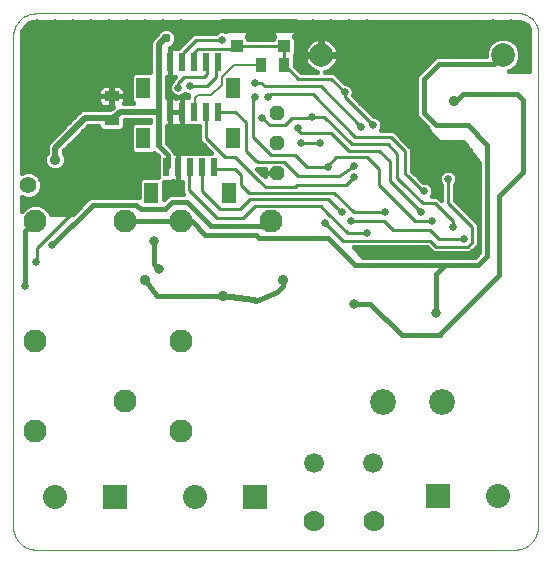
<source format=gtl>
G75*
%MOIN*%
%OFA0B0*%
%FSLAX24Y24*%
%IPPOS*%
%LPD*%
%AMOC8*
5,1,8,0,0,1.08239X$1,22.5*
%
%ADD10C,0.0000*%
%ADD11C,0.0787*%
%ADD12C,0.0860*%
%ADD13R,0.0512X0.0355*%
%ADD14C,0.0660*%
%ADD15C,0.0700*%
%ADD16C,0.0768*%
%ADD17OC8,0.0480*%
%ADD18R,0.0800X0.0800*%
%ADD19C,0.0800*%
%ADD20R,0.0236X0.0610*%
%ADD21R,0.0472X0.0709*%
%ADD22R,0.0355X0.0512*%
%ADD23R,0.0394X0.0394*%
%ADD24C,0.0560*%
%ADD25C,0.0160*%
%ADD26C,0.0356*%
%ADD27C,0.0200*%
%ADD28C,0.0310*%
%ADD29C,0.0250*%
%ADD30C,0.0450*%
%ADD31C,0.0100*%
%ADD32C,0.0317*%
%ADD33C,0.0180*%
%ADD34C,0.0080*%
D10*
X004460Y000900D02*
X004460Y017270D01*
X004462Y017324D01*
X004468Y017377D01*
X004477Y017429D01*
X004490Y017481D01*
X004507Y017532D01*
X004528Y017582D01*
X004552Y017629D01*
X004579Y017675D01*
X004610Y017719D01*
X004643Y017761D01*
X004680Y017800D01*
X004719Y017837D01*
X004761Y017870D01*
X004805Y017901D01*
X004851Y017928D01*
X004898Y017952D01*
X004948Y017973D01*
X004999Y017990D01*
X005051Y018003D01*
X005103Y018012D01*
X005156Y018018D01*
X005210Y018020D01*
X021202Y018020D01*
X021251Y018026D01*
X021300Y018028D01*
X021349Y018026D01*
X021398Y018021D01*
X021446Y018012D01*
X021494Y017999D01*
X021541Y017983D01*
X021586Y017964D01*
X021629Y017941D01*
X021671Y017915D01*
X021711Y017886D01*
X021748Y017854D01*
X021783Y017819D01*
X021815Y017782D01*
X021845Y017742D01*
X021871Y017701D01*
X021894Y017657D01*
X021914Y017612D01*
X021930Y017566D01*
X021943Y017518D01*
X021952Y017470D01*
X021952Y000900D01*
X021950Y000846D01*
X021944Y000793D01*
X021935Y000741D01*
X021922Y000689D01*
X021905Y000638D01*
X021884Y000588D01*
X021860Y000541D01*
X021833Y000495D01*
X021802Y000451D01*
X021769Y000409D01*
X021732Y000370D01*
X021693Y000333D01*
X021651Y000300D01*
X021607Y000269D01*
X021561Y000242D01*
X021514Y000218D01*
X021464Y000197D01*
X021413Y000180D01*
X021361Y000167D01*
X021309Y000158D01*
X021256Y000152D01*
X021202Y000150D01*
X005210Y000150D01*
X005156Y000152D01*
X005103Y000158D01*
X005051Y000167D01*
X004999Y000180D01*
X004948Y000197D01*
X004898Y000218D01*
X004851Y000242D01*
X004805Y000269D01*
X004761Y000300D01*
X004719Y000333D01*
X004680Y000370D01*
X004643Y000409D01*
X004610Y000451D01*
X004579Y000495D01*
X004552Y000541D01*
X004528Y000588D01*
X004507Y000638D01*
X004490Y000689D01*
X004477Y000741D01*
X004468Y000793D01*
X004462Y000846D01*
X004460Y000900D01*
D11*
X014728Y016637D03*
X020791Y016637D03*
D12*
X018744Y005063D03*
X016775Y005063D03*
D13*
X007740Y014476D03*
X007740Y015264D03*
D14*
X014475Y003050D03*
X016444Y003050D03*
D15*
X016480Y001100D03*
X014480Y001100D03*
D16*
X010050Y004100D03*
X008200Y005100D03*
X010050Y007100D03*
X010050Y011100D03*
X008200Y011100D03*
X005200Y011100D03*
X005200Y007100D03*
X005200Y004100D03*
X013050Y011100D03*
D17*
X013260Y012700D03*
X013260Y013700D03*
X013260Y014700D03*
D18*
X012510Y001900D03*
X007860Y001900D03*
X018610Y001950D03*
D19*
X020610Y001950D03*
X010510Y001900D03*
X005860Y001900D03*
D20*
X009572Y012900D03*
X009966Y012900D03*
X010360Y012900D03*
X010753Y012900D03*
X011147Y012900D03*
X011278Y014750D03*
X010884Y014750D03*
X010491Y014750D03*
X010097Y014750D03*
X009703Y014750D03*
X009310Y014750D03*
X009310Y016400D03*
X009703Y016400D03*
X010097Y016400D03*
X010491Y016400D03*
X010884Y016400D03*
X011278Y016400D03*
D21*
X011790Y015524D03*
X011790Y013874D03*
X011659Y012024D03*
X009060Y012024D03*
X008798Y013874D03*
X008798Y015524D03*
D22*
X012716Y016300D03*
X013503Y016300D03*
D23*
X013497Y016935D03*
X013497Y017565D03*
X011922Y017565D03*
X011922Y016935D03*
D24*
X004960Y012300D03*
D25*
X005369Y012513D02*
X008704Y012513D01*
X008750Y012558D02*
X008644Y012453D01*
X008644Y011896D01*
X008611Y011910D01*
X007058Y011910D01*
X006962Y011870D01*
X006442Y011350D01*
X005706Y011350D01*
X005678Y011419D01*
X005519Y011578D01*
X005312Y011664D01*
X005087Y011664D01*
X004880Y011578D01*
X004740Y011437D01*
X004740Y011893D01*
X004868Y011840D01*
X005051Y011840D01*
X005220Y011910D01*
X005349Y012039D01*
X005420Y012208D01*
X005420Y012391D01*
X005349Y012561D01*
X005220Y012690D01*
X005051Y012760D01*
X004868Y012760D01*
X004740Y012707D01*
X004740Y017270D01*
X004745Y017344D01*
X004791Y017483D01*
X004877Y017602D01*
X004996Y017689D01*
X005136Y017734D01*
X005210Y017740D01*
X011545Y017740D01*
X011545Y017583D01*
X011904Y017583D01*
X011904Y017547D01*
X011545Y017547D01*
X011545Y017424D01*
X011470Y017455D01*
X011349Y017455D01*
X011237Y017409D01*
X011208Y017380D01*
X010464Y017380D01*
X010014Y016930D01*
X009969Y016885D01*
X009904Y016885D01*
X009892Y016872D01*
X009891Y016873D01*
X009845Y016885D01*
X009703Y016885D01*
X009675Y016885D01*
X009749Y016916D01*
X009844Y017010D01*
X009895Y017133D01*
X009895Y017267D01*
X009844Y017390D01*
X009749Y017484D01*
X009626Y017535D01*
X009493Y017535D01*
X009370Y017484D01*
X009276Y017390D01*
X009256Y017342D01*
X009151Y017237D01*
X009072Y017159D01*
X009030Y017056D01*
X009030Y016798D01*
X009011Y016780D01*
X009011Y016058D01*
X008487Y016058D01*
X008381Y015953D01*
X008381Y015095D01*
X008447Y015030D01*
X008167Y015030D01*
X008175Y015063D01*
X008175Y015255D01*
X007748Y015255D01*
X007748Y014906D01*
X007773Y014906D01*
X007701Y014834D01*
X007409Y014834D01*
X007405Y014830D01*
X006804Y014830D01*
X006701Y014787D01*
X005622Y013709D01*
X005580Y013606D01*
X005580Y013376D01*
X005556Y013353D01*
X005501Y013221D01*
X005501Y013079D01*
X005556Y012947D01*
X005657Y012846D01*
X005788Y012792D01*
X005931Y012792D01*
X006062Y012846D01*
X006163Y012947D01*
X006218Y013079D01*
X006218Y013221D01*
X006163Y013353D01*
X006140Y013376D01*
X006140Y013434D01*
X006975Y014270D01*
X007304Y014270D01*
X007304Y014224D01*
X007409Y014119D01*
X008070Y014119D01*
X008175Y014224D01*
X008175Y014470D01*
X009011Y014470D01*
X009011Y014408D01*
X008487Y014408D01*
X008381Y014303D01*
X008381Y013445D01*
X008487Y013340D01*
X009108Y013340D01*
X009141Y013372D01*
X009151Y013363D01*
X009199Y013343D01*
X009274Y013268D01*
X009274Y012558D01*
X008750Y012558D01*
X008644Y012355D02*
X005420Y012355D01*
X005414Y012196D02*
X008644Y012196D01*
X008644Y012038D02*
X005348Y012038D01*
X005145Y011879D02*
X006983Y011879D01*
X006812Y011721D02*
X004740Y011721D01*
X004740Y011879D02*
X004774Y011879D01*
X004740Y011562D02*
X004864Y011562D01*
X005200Y011100D02*
X004860Y010760D01*
X004860Y008950D01*
X005760Y010300D02*
X007110Y011650D01*
X008560Y011650D01*
X008710Y011500D01*
X009510Y011500D01*
X009760Y011750D01*
X010260Y011750D01*
X011060Y010950D01*
X012900Y010950D01*
X013050Y011100D01*
X012560Y010650D02*
X012660Y010550D01*
X014960Y010550D01*
X015860Y009650D01*
X018860Y009650D01*
X018560Y009350D01*
X018560Y008050D01*
X018689Y007330D02*
X018685Y007318D01*
X018678Y007308D01*
X018668Y007300D01*
X018860Y009650D02*
X019960Y009650D01*
X020260Y009950D01*
X020260Y013650D01*
X019610Y014300D01*
X018560Y014300D01*
X018160Y014700D01*
X018160Y015850D01*
X018660Y016350D01*
X020360Y016350D01*
X020504Y016350D01*
X020791Y016637D01*
X020993Y016100D02*
X021116Y016151D01*
X021277Y016312D01*
X021365Y016523D01*
X021365Y016752D01*
X021277Y016962D01*
X021116Y017124D01*
X020905Y017211D01*
X020677Y017211D01*
X020466Y017124D01*
X020305Y016962D01*
X020217Y016752D01*
X020217Y016610D01*
X018608Y016610D01*
X018512Y016570D01*
X018012Y016070D01*
X017939Y015997D01*
X017900Y015902D01*
X017900Y014648D01*
X017939Y014553D01*
X018012Y014480D01*
X018260Y014232D01*
X018260Y014150D01*
X018660Y013750D01*
X019460Y013750D01*
X020000Y013030D01*
X020000Y010058D01*
X019852Y009910D01*
X016108Y009910D01*
X015839Y010220D01*
X018264Y010220D01*
X018464Y010020D01*
X019705Y010020D01*
X019840Y010155D01*
X019990Y010305D01*
X019990Y010995D01*
X019855Y011130D01*
X019190Y011795D01*
X019190Y012299D01*
X019218Y012327D01*
X019265Y012439D01*
X019265Y012561D01*
X019218Y012673D01*
X019132Y012759D01*
X019020Y012805D01*
X018899Y012805D01*
X018787Y012759D01*
X018701Y012673D01*
X018655Y012561D01*
X018655Y012439D01*
X018701Y012327D01*
X018730Y012299D01*
X018730Y011805D01*
X018605Y011930D01*
X018419Y011930D01*
X018465Y012039D01*
X018465Y012161D01*
X018418Y012273D01*
X018332Y012359D01*
X018220Y012405D01*
X018130Y012405D01*
X017840Y012695D01*
X017765Y012770D01*
X017740Y012795D01*
X017740Y013545D01*
X017605Y013680D01*
X017155Y014130D01*
X016719Y014130D01*
X016765Y014239D01*
X016765Y014361D01*
X016718Y014473D01*
X016632Y014559D01*
X016520Y014605D01*
X016480Y014605D01*
X015794Y015290D01*
X015815Y015339D01*
X015815Y015461D01*
X015768Y015573D01*
X015682Y015659D01*
X015570Y015705D01*
X015530Y015705D01*
X015155Y016080D01*
X014869Y016080D01*
X014948Y016106D01*
X015029Y016147D01*
X015102Y016200D01*
X015166Y016264D01*
X015219Y016337D01*
X015260Y016417D01*
X015288Y016503D01*
X015302Y016592D01*
X015302Y016609D01*
X014756Y016609D01*
X014756Y016666D01*
X014700Y016666D01*
X014700Y017211D01*
X014683Y017211D01*
X014594Y017197D01*
X014508Y017169D01*
X014427Y017128D01*
X014354Y017075D01*
X014290Y017011D01*
X014237Y016938D01*
X014196Y016858D01*
X014168Y016772D01*
X014154Y016683D01*
X014154Y016666D01*
X014700Y016666D01*
X014700Y016609D01*
X014154Y016609D01*
X014154Y016592D01*
X014168Y016503D01*
X014196Y016417D01*
X014237Y016337D01*
X014290Y016264D01*
X014354Y016200D01*
X014427Y016147D01*
X014508Y016106D01*
X014587Y016080D01*
X014055Y016080D01*
X013861Y016274D01*
X013861Y016630D01*
X013851Y016641D01*
X013874Y016664D01*
X013874Y017206D01*
X013830Y017250D01*
X013838Y017258D01*
X013861Y017299D01*
X013874Y017344D01*
X013874Y017547D01*
X013515Y017547D01*
X013515Y017583D01*
X013874Y017583D01*
X013874Y017740D01*
X021168Y017740D01*
X021189Y017735D01*
X021223Y017740D01*
X021257Y017740D01*
X021268Y017745D01*
X021318Y017747D01*
X021461Y017712D01*
X021580Y017625D01*
X021657Y017499D01*
X021672Y017440D01*
X021672Y016100D01*
X020993Y016100D01*
X021123Y016159D02*
X021672Y016159D01*
X021672Y016317D02*
X021279Y016317D01*
X021345Y016476D02*
X021672Y016476D01*
X021672Y016634D02*
X021365Y016634D01*
X021348Y016793D02*
X021672Y016793D01*
X021672Y016951D02*
X021282Y016951D01*
X021130Y017110D02*
X021672Y017110D01*
X021672Y017268D02*
X013844Y017268D01*
X013874Y017110D02*
X014402Y017110D01*
X014247Y016951D02*
X013874Y016951D01*
X013874Y016793D02*
X014175Y016793D01*
X014177Y016476D02*
X013861Y016476D01*
X013857Y016634D02*
X014700Y016634D01*
X014756Y016634D02*
X020217Y016634D01*
X020234Y016793D02*
X015281Y016793D01*
X015288Y016772D02*
X015260Y016858D01*
X015219Y016938D01*
X015166Y017011D01*
X015102Y017075D01*
X015029Y017128D01*
X014948Y017169D01*
X014862Y017197D01*
X014773Y017211D01*
X014756Y017211D01*
X014756Y016666D01*
X015302Y016666D01*
X015302Y016683D01*
X015288Y016772D01*
X015209Y016951D02*
X020300Y016951D01*
X020452Y017110D02*
X015054Y017110D01*
X014756Y017110D02*
X014700Y017110D01*
X014700Y016951D02*
X014756Y016951D01*
X014756Y016793D02*
X014700Y016793D01*
X014252Y016317D02*
X013861Y016317D01*
X013976Y016159D02*
X014411Y016159D01*
X015045Y016159D02*
X018100Y016159D01*
X018012Y016070D02*
X018012Y016070D01*
X017942Y016000D02*
X015235Y016000D01*
X015393Y015842D02*
X017900Y015842D01*
X017900Y015683D02*
X015623Y015683D01*
X015788Y015525D02*
X017900Y015525D01*
X017900Y015366D02*
X015815Y015366D01*
X015877Y015208D02*
X017900Y015208D01*
X017900Y015049D02*
X016036Y015049D01*
X016194Y014891D02*
X017900Y014891D01*
X017900Y014732D02*
X016353Y014732D01*
X016596Y014574D02*
X017930Y014574D01*
X018077Y014415D02*
X016742Y014415D01*
X016765Y014257D02*
X018235Y014257D01*
X018311Y014098D02*
X017187Y014098D01*
X017345Y013940D02*
X018470Y013940D01*
X018628Y013781D02*
X017504Y013781D01*
X017662Y013623D02*
X019555Y013623D01*
X019674Y013464D02*
X017740Y013464D01*
X017740Y013306D02*
X019793Y013306D01*
X019912Y013147D02*
X017740Y013147D01*
X017740Y012989D02*
X020000Y012989D01*
X020000Y012830D02*
X017740Y012830D01*
X017863Y012672D02*
X018700Y012672D01*
X018655Y012513D02*
X018022Y012513D01*
X018336Y012355D02*
X018690Y012355D01*
X018730Y012196D02*
X018450Y012196D01*
X018464Y012038D02*
X018730Y012038D01*
X018730Y011879D02*
X018656Y011879D01*
X019190Y011879D02*
X020000Y011879D01*
X020000Y011721D02*
X019264Y011721D01*
X019423Y011562D02*
X020000Y011562D01*
X020000Y011404D02*
X019581Y011404D01*
X019740Y011245D02*
X020000Y011245D01*
X020000Y011087D02*
X019898Y011087D01*
X019990Y010928D02*
X020000Y010928D01*
X019990Y010770D02*
X020000Y010770D01*
X019990Y010611D02*
X020000Y010611D01*
X019990Y010453D02*
X020000Y010453D01*
X020000Y010294D02*
X019979Y010294D01*
X020000Y010136D02*
X019820Y010136D01*
X019919Y009977D02*
X016049Y009977D01*
X015912Y010136D02*
X018349Y010136D01*
X019190Y012038D02*
X020000Y012038D01*
X020000Y012196D02*
X019190Y012196D01*
X019229Y012355D02*
X020000Y012355D01*
X020000Y012513D02*
X019265Y012513D01*
X019219Y012672D02*
X020000Y012672D01*
X019210Y015100D02*
X019160Y015100D01*
X018259Y016317D02*
X015204Y016317D01*
X015279Y016476D02*
X018417Y016476D01*
X021266Y017744D02*
X021334Y017744D01*
X021604Y017585D02*
X013874Y017585D01*
X013874Y017427D02*
X021672Y017427D01*
X013478Y017547D02*
X013120Y017547D01*
X013120Y017344D01*
X013132Y017299D01*
X013156Y017258D01*
X013164Y017250D01*
X013120Y017206D01*
X013120Y017165D01*
X012299Y017165D01*
X012299Y017206D01*
X012255Y017250D01*
X012263Y017258D01*
X012287Y017299D01*
X012299Y017344D01*
X012299Y017547D01*
X011941Y017547D01*
X011941Y017583D01*
X012299Y017583D01*
X012299Y017740D01*
X013120Y017740D01*
X013120Y017583D01*
X013478Y017583D01*
X013478Y017547D01*
X013120Y017585D02*
X012299Y017585D01*
X012299Y017427D02*
X013120Y017427D01*
X013150Y017268D02*
X012269Y017268D01*
X011545Y017427D02*
X011539Y017427D01*
X011545Y017585D02*
X004865Y017585D01*
X004772Y017427D02*
X009312Y017427D01*
X009182Y017268D02*
X004740Y017268D01*
X004740Y017110D02*
X009052Y017110D01*
X009030Y016951D02*
X004740Y016951D01*
X004740Y016793D02*
X009024Y016793D01*
X009011Y016634D02*
X004740Y016634D01*
X004740Y016476D02*
X009011Y016476D01*
X009011Y016317D02*
X004740Y016317D01*
X004740Y016159D02*
X009011Y016159D01*
X008429Y016000D02*
X004740Y016000D01*
X004740Y015842D02*
X008381Y015842D01*
X008381Y015683D02*
X004740Y015683D01*
X004740Y015525D02*
X007324Y015525D01*
X007316Y015511D02*
X007304Y015465D01*
X007304Y015272D01*
X007731Y015272D01*
X007731Y015255D01*
X007748Y015255D01*
X007748Y015272D01*
X008175Y015272D01*
X008175Y015465D01*
X008163Y015511D01*
X008139Y015552D01*
X008106Y015585D01*
X008065Y015609D01*
X008019Y015621D01*
X007748Y015621D01*
X007748Y015272D01*
X007731Y015272D01*
X007731Y015621D01*
X007460Y015621D01*
X007414Y015609D01*
X007373Y015585D01*
X007340Y015552D01*
X007316Y015511D01*
X007304Y015366D02*
X004740Y015366D01*
X004740Y015208D02*
X007304Y015208D01*
X007304Y015255D02*
X007304Y015063D01*
X007316Y015017D01*
X007340Y014976D01*
X007373Y014942D01*
X007414Y014918D01*
X007460Y014906D01*
X007731Y014906D01*
X007731Y015255D01*
X007304Y015255D01*
X007307Y015049D02*
X004740Y015049D01*
X004740Y014891D02*
X007758Y014891D01*
X007748Y015049D02*
X007731Y015049D01*
X007731Y015208D02*
X007748Y015208D01*
X007731Y015366D02*
X007748Y015366D01*
X007731Y015525D02*
X007748Y015525D01*
X008155Y015525D02*
X008381Y015525D01*
X008381Y015366D02*
X008175Y015366D01*
X008175Y015208D02*
X008381Y015208D01*
X008428Y015049D02*
X008172Y015049D01*
X008175Y014415D02*
X009011Y014415D01*
X008381Y014257D02*
X008175Y014257D01*
X008381Y014098D02*
X006804Y014098D01*
X006962Y014257D02*
X007304Y014257D01*
X006645Y013940D02*
X008381Y013940D01*
X008381Y013781D02*
X006487Y013781D01*
X006328Y013623D02*
X008381Y013623D01*
X008381Y013464D02*
X006170Y013464D01*
X006183Y013306D02*
X009236Y013306D01*
X009274Y013147D02*
X006218Y013147D01*
X006180Y012989D02*
X009274Y012989D01*
X009274Y012830D02*
X006023Y012830D01*
X005696Y012830D02*
X004740Y012830D01*
X004740Y012989D02*
X005539Y012989D01*
X005501Y013147D02*
X004740Y013147D01*
X004740Y013306D02*
X005536Y013306D01*
X005580Y013464D02*
X004740Y013464D01*
X004740Y013623D02*
X005586Y013623D01*
X005695Y013781D02*
X004740Y013781D01*
X004740Y013940D02*
X005853Y013940D01*
X006012Y014098D02*
X004740Y014098D01*
X004740Y014257D02*
X006170Y014257D01*
X006329Y014415D02*
X004740Y014415D01*
X004740Y014574D02*
X006487Y014574D01*
X006646Y014732D02*
X004740Y014732D01*
X005239Y012672D02*
X009274Y012672D01*
X009477Y012415D02*
X009477Y011835D01*
X009612Y011970D01*
X009708Y012010D01*
X010124Y012010D01*
X010080Y012055D01*
X010080Y012415D01*
X009966Y012415D01*
X009966Y012900D01*
X009966Y012900D01*
X009966Y013385D01*
X010108Y013385D01*
X010153Y013373D01*
X010154Y013372D01*
X010167Y013385D01*
X010552Y013385D01*
X010556Y013381D01*
X010561Y013385D01*
X010946Y013385D01*
X010950Y013381D01*
X010954Y013385D01*
X011049Y013385D01*
X010654Y013780D01*
X010654Y014265D01*
X010298Y014265D01*
X010285Y014278D01*
X010285Y014277D01*
X010239Y014265D01*
X010097Y014265D01*
X010097Y014750D01*
X010097Y014750D01*
X010097Y015235D01*
X010239Y015235D01*
X010285Y015223D01*
X010285Y015222D01*
X010290Y015227D01*
X010290Y015291D01*
X010295Y015297D01*
X010187Y015341D01*
X010185Y015344D01*
X010132Y015291D01*
X010020Y015245D01*
X009899Y015245D01*
X009787Y015291D01*
X009701Y015377D01*
X009655Y015489D01*
X009655Y015611D01*
X009701Y015723D01*
X009740Y015761D01*
X009740Y015805D01*
X009745Y015811D01*
X009746Y015819D01*
X009812Y015878D01*
X009851Y015916D01*
X009845Y015915D01*
X009703Y015915D01*
X009703Y016400D01*
X009703Y016400D01*
X009703Y016885D01*
X009703Y016400D01*
X009703Y016400D01*
X009703Y015994D01*
X009660Y015950D01*
X009660Y014794D01*
X009703Y014750D01*
X009703Y015235D01*
X009590Y015235D01*
X009590Y015915D01*
X009703Y015915D01*
X009703Y016400D01*
X009703Y016476D02*
X009703Y016476D01*
X009703Y016634D02*
X009703Y016634D01*
X009703Y016793D02*
X009703Y016793D01*
X009784Y016951D02*
X010035Y016951D01*
X009885Y017110D02*
X010194Y017110D01*
X010352Y017268D02*
X009894Y017268D01*
X009807Y017427D02*
X011280Y017427D01*
X009703Y016317D02*
X009703Y016317D01*
X009703Y016159D02*
X009703Y016159D01*
X009703Y016000D02*
X009703Y016000D01*
X009771Y015842D02*
X009590Y015842D01*
X009590Y015683D02*
X009684Y015683D01*
X009655Y015525D02*
X009590Y015525D01*
X009590Y015366D02*
X009712Y015366D01*
X009703Y015235D02*
X009703Y014750D01*
X009703Y014750D01*
X009703Y014750D01*
X009703Y014265D01*
X009590Y014265D01*
X009590Y013688D01*
X009757Y013520D01*
X009830Y013447D01*
X009856Y013385D01*
X009966Y013385D01*
X009966Y012900D01*
X009966Y012900D01*
X009966Y012415D01*
X009824Y012415D01*
X009778Y012427D01*
X009777Y012428D01*
X009765Y012415D01*
X009477Y012415D01*
X009477Y012355D02*
X010080Y012355D01*
X010080Y012196D02*
X009477Y012196D01*
X009477Y012038D02*
X010097Y012038D01*
X009966Y012513D02*
X009966Y012513D01*
X009966Y012672D02*
X009966Y012672D01*
X009966Y012830D02*
X009966Y012830D01*
X009966Y012989D02*
X009966Y012989D01*
X009966Y013147D02*
X009966Y013147D01*
X009966Y013306D02*
X009966Y013306D01*
X009813Y013464D02*
X010970Y013464D01*
X010812Y013623D02*
X009655Y013623D01*
X009590Y013781D02*
X010654Y013781D01*
X010654Y013940D02*
X009590Y013940D01*
X009590Y014098D02*
X010654Y014098D01*
X010654Y014257D02*
X009590Y014257D01*
X009703Y014265D02*
X009845Y014265D01*
X009891Y014277D01*
X009900Y014282D01*
X009909Y014277D01*
X009955Y014265D01*
X010097Y014265D01*
X010097Y014750D01*
X010097Y014750D01*
X010097Y015235D01*
X009955Y015235D01*
X009909Y015223D01*
X009900Y015218D01*
X009891Y015223D01*
X009845Y015235D01*
X009703Y015235D01*
X009703Y015208D02*
X009703Y015208D01*
X009703Y015049D02*
X009703Y015049D01*
X009703Y014891D02*
X009703Y014891D01*
X009703Y014750D02*
X010097Y014750D01*
X009799Y014750D01*
X009703Y014750D01*
X009703Y014265D01*
X009703Y014415D02*
X009703Y014415D01*
X009703Y014574D02*
X009703Y014574D01*
X009703Y014732D02*
X009703Y014732D01*
X009703Y014750D02*
X009703Y014750D01*
X010097Y014750D02*
X010097Y014750D01*
X010097Y014732D02*
X010097Y014732D01*
X010097Y014574D02*
X010097Y014574D01*
X010097Y014415D02*
X010097Y014415D01*
X010097Y014891D02*
X010097Y014891D01*
X010097Y015049D02*
X010097Y015049D01*
X010097Y015208D02*
X010097Y015208D01*
X009310Y013600D02*
X009610Y013300D01*
X009610Y012937D01*
X009572Y012900D01*
X009572Y012987D01*
X009521Y011879D02*
X009477Y011879D01*
X010050Y011100D02*
X010410Y011100D01*
X010860Y010650D01*
X012560Y010650D01*
X013460Y009150D02*
X013460Y008950D01*
X013260Y008750D01*
X012560Y008450D01*
X011460Y008600D02*
X009260Y008600D01*
X008860Y009150D01*
X009310Y009500D02*
X009189Y009621D01*
X009160Y009691D02*
X009160Y010450D01*
X010050Y011100D02*
X008200Y011100D01*
X006654Y011562D02*
X005535Y011562D01*
X005684Y011404D02*
X006495Y011404D01*
X009160Y009691D02*
X009162Y009671D01*
X009168Y009653D01*
X009177Y009635D01*
X009189Y009620D01*
X012763Y012672D02*
X012840Y012672D01*
X012840Y012700D02*
X012840Y012595D01*
X012585Y012850D01*
X012607Y012850D01*
X012678Y012836D01*
X012699Y012850D01*
X012840Y012850D01*
X012840Y012700D01*
X013260Y012700D01*
X013260Y012700D01*
X012840Y012700D01*
X012840Y012830D02*
X012605Y012830D01*
D26*
X013460Y009150D03*
X011460Y008600D03*
X008860Y009150D03*
X005860Y013150D03*
X019160Y015100D03*
D27*
X012560Y008450D02*
X012488Y008460D01*
X011460Y008600D01*
X005860Y013150D02*
X005860Y013550D01*
X006860Y014550D01*
X007666Y014550D01*
X007740Y014476D01*
X008013Y014750D01*
X009310Y014750D01*
X009310Y013600D01*
X009310Y014750D02*
X009310Y016400D01*
X009310Y017000D01*
X009510Y017200D01*
X009560Y017200D01*
X007863Y014600D02*
X007740Y014476D01*
D28*
X009560Y017200D03*
D29*
X009460Y017690D03*
X010060Y017690D03*
X008860Y017690D03*
X008260Y017690D03*
X007660Y017690D03*
X007060Y017690D03*
X006460Y017690D03*
X005860Y017690D03*
X005260Y017690D03*
X004860Y017090D03*
X004860Y016490D03*
X004860Y015890D03*
X004860Y015290D03*
X004860Y014690D03*
X004860Y014040D03*
X004860Y013590D03*
X004860Y012890D03*
X004860Y011740D03*
X005260Y011740D03*
X005660Y011740D03*
X006060Y011740D03*
X005760Y010300D03*
X005210Y009750D03*
X004860Y008950D03*
X009960Y013540D03*
X009960Y013940D03*
X010360Y013940D03*
X010360Y013540D03*
X012510Y015250D03*
X012960Y015250D03*
X012510Y015700D03*
X012760Y014550D03*
X013960Y014200D03*
X014433Y014574D03*
X014690Y013700D03*
X014060Y013700D03*
X014960Y012900D03*
X015820Y012950D03*
X015830Y012580D03*
X015410Y011400D03*
X015710Y011100D03*
X016260Y010700D03*
X016660Y010000D03*
X017060Y010000D03*
X018410Y011100D03*
X018060Y011400D03*
X018160Y012100D03*
X018360Y012950D03*
X017960Y012950D03*
X018760Y012950D03*
X019160Y012950D03*
X018960Y012500D03*
X019110Y010890D03*
X019490Y010510D03*
X016860Y011400D03*
X014860Y011050D03*
X016060Y014250D03*
X016460Y014300D03*
X015510Y015400D03*
X015660Y017690D03*
X015060Y017690D03*
X014460Y017690D03*
X013860Y017690D03*
X016260Y017690D03*
X020460Y017690D03*
X021060Y017690D03*
X021460Y017290D03*
X021460Y016690D03*
X011410Y017150D03*
X010360Y015600D03*
X009960Y015550D03*
D30*
X011460Y017590D02*
X013860Y017590D01*
D31*
X013497Y016935D02*
X013503Y016929D01*
X013503Y016300D01*
X013510Y016300D01*
X013960Y015850D01*
X015060Y015850D01*
X015510Y015400D01*
X015510Y015250D01*
X016460Y014300D01*
X016410Y014350D01*
X016060Y014250D02*
X014710Y015600D01*
X012860Y015600D01*
X012710Y015700D01*
X012510Y015700D01*
X012510Y015250D02*
X012460Y015200D01*
X012460Y013900D01*
X012510Y013850D01*
X012810Y013550D01*
X013060Y013300D01*
X013410Y013300D01*
X013860Y013300D01*
X014260Y012900D01*
X014960Y012900D01*
X014960Y012950D01*
X015230Y013220D01*
X016270Y013220D01*
X016660Y012850D01*
X016660Y012300D01*
X016710Y012250D01*
X017260Y011700D01*
X017860Y011100D01*
X018410Y011100D01*
X018060Y011400D02*
X017460Y012000D01*
X017010Y012450D01*
X017010Y013100D01*
X016660Y013450D01*
X016060Y013450D01*
X015660Y013450D01*
X015060Y014050D01*
X015010Y014050D01*
X014060Y014050D01*
X013960Y014150D01*
X013960Y014200D01*
X013760Y014550D02*
X014357Y014550D01*
X014433Y014574D01*
X014836Y014574D01*
X015740Y013670D01*
X016260Y013670D01*
X016940Y013670D01*
X017260Y013350D01*
X017260Y012550D01*
X017460Y012350D01*
X018110Y011700D01*
X018510Y011700D01*
X019110Y011100D01*
X019110Y010890D01*
X019360Y010500D02*
X018660Y010500D01*
X018360Y010800D01*
X017110Y010800D01*
X016810Y011100D01*
X015710Y011100D01*
X015810Y011400D02*
X015160Y012050D01*
X013810Y012050D01*
X012310Y012050D01*
X012060Y012300D01*
X012060Y012650D01*
X011872Y012837D01*
X011210Y012837D01*
X011147Y012900D01*
X010760Y012894D02*
X010753Y012900D01*
X010760Y012894D02*
X010760Y012100D01*
X011360Y011500D01*
X012030Y011500D01*
X012360Y011830D01*
X014960Y011830D01*
X015260Y011550D01*
X015410Y011400D01*
X015810Y011400D02*
X016860Y011400D01*
X016260Y010700D02*
X015610Y010700D01*
X014960Y011350D01*
X014710Y011600D01*
X012510Y011600D01*
X012110Y011200D01*
X011260Y011200D01*
X011235Y011225D01*
X010310Y012150D01*
X010310Y012850D01*
X010360Y012900D01*
X010884Y013875D02*
X011510Y013250D01*
X011860Y013250D01*
X012660Y012450D01*
X012810Y012300D01*
X012860Y012250D01*
X013860Y012250D01*
X013910Y012300D01*
X015210Y012300D01*
X015550Y012300D01*
X015830Y012580D01*
X015820Y012950D02*
X015320Y012600D01*
X013960Y012600D01*
X013490Y013080D01*
X012630Y013080D01*
X012580Y013090D01*
X012550Y013110D01*
X012580Y013090D01*
X012570Y013090D01*
X012550Y013110D01*
X012210Y013450D01*
X012210Y014400D01*
X011860Y014750D01*
X011278Y014750D01*
X010884Y014750D02*
X010884Y013875D01*
X010491Y014750D02*
X010510Y014769D01*
X010360Y015600D02*
X010910Y015600D01*
X011210Y015900D01*
X011210Y016250D01*
X011278Y016319D01*
X011278Y016400D01*
X010910Y016375D02*
X010884Y016400D01*
X010910Y016375D02*
X010910Y016000D01*
X010810Y015900D01*
X010160Y015900D01*
X009970Y015710D01*
X009960Y015550D01*
X010097Y016400D02*
X010110Y016413D01*
X010110Y016700D01*
X010560Y017150D01*
X011410Y017150D01*
X011837Y016850D02*
X011922Y016935D01*
X013497Y016935D01*
X011837Y016850D02*
X010610Y016850D01*
X010491Y016731D01*
X010491Y016400D01*
X012760Y014550D02*
X013010Y014300D01*
X013510Y014300D01*
X013760Y014550D01*
X014060Y013700D02*
X014690Y013700D01*
X015871Y013911D02*
X015932Y013900D01*
X016110Y013900D01*
X016560Y013900D01*
X017060Y013900D01*
X017510Y013450D01*
X017510Y012700D01*
X017535Y012675D01*
X017610Y012600D01*
X018110Y012100D01*
X018160Y012100D01*
X018960Y011700D02*
X019760Y010900D01*
X019760Y010400D01*
X019610Y010250D01*
X018560Y010250D01*
X018360Y010450D01*
X015460Y010450D01*
X014860Y011050D01*
X013860Y012050D02*
X013810Y012050D01*
X013860Y012050D01*
X015871Y013911D02*
X014460Y015350D01*
X013060Y015350D01*
X012960Y015250D01*
X008060Y011950D02*
X007000Y011950D01*
X005260Y010210D01*
X005260Y009800D01*
X005210Y009750D01*
X005760Y010300D02*
X005810Y010300D01*
X018960Y011700D02*
X018960Y012500D01*
X019360Y010500D02*
X019490Y010510D01*
D32*
X018560Y008050D03*
X015810Y008350D03*
X009310Y009500D03*
X009160Y010450D03*
D33*
X015810Y008350D02*
X016360Y008350D01*
X017410Y007300D01*
X018668Y007300D01*
X018689Y007329D02*
X019660Y008300D01*
X020660Y009300D01*
X020660Y011950D01*
X021460Y012750D01*
X021460Y015150D01*
X021260Y015350D01*
X019460Y015350D01*
X019210Y015100D01*
D34*
X012716Y016300D02*
X011810Y016300D01*
X011410Y015900D01*
X011410Y015650D01*
X011060Y015300D01*
X010610Y015300D01*
X010510Y015200D01*
X010510Y014769D01*
M02*

</source>
